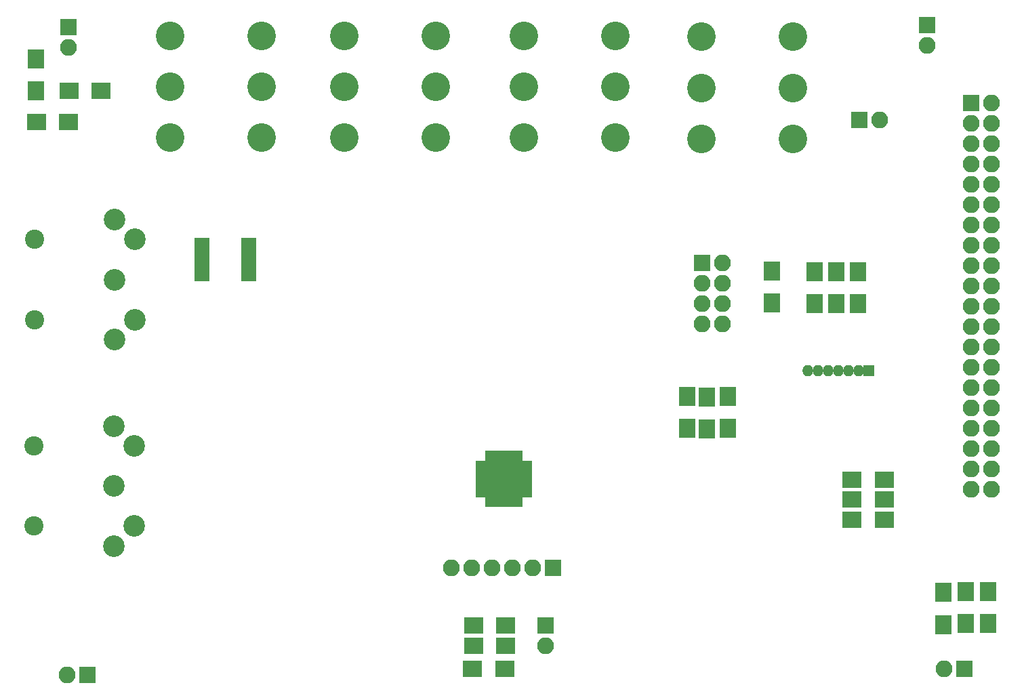
<source format=gts>
G04 #@! TF.GenerationSoftware,KiCad,Pcbnew,(5.1.2)-2*
G04 #@! TF.CreationDate,2020-05-21T23:00:36-04:00*
G04 #@! TF.ProjectId,MidiControllerPCB,4d696469-436f-46e7-9472-6f6c6c657250,rev?*
G04 #@! TF.SameCoordinates,Original*
G04 #@! TF.FileFunction,Soldermask,Top*
G04 #@! TF.FilePolarity,Negative*
%FSLAX46Y46*%
G04 Gerber Fmt 4.6, Leading zero omitted, Abs format (unit mm)*
G04 Created by KiCad (PCBNEW (5.1.2)-2) date 2020-05-21 23:00:36*
%MOMM*%
%LPD*%
G04 APERTURE LIST*
%ADD10C,2.400000*%
%ADD11C,2.700000*%
%ADD12R,1.400000X0.770000*%
%ADD13R,0.770000X1.400000*%
%ADD14R,1.462500X1.462500*%
%ADD15R,1.900000X0.850000*%
%ADD16R,2.100000X2.100000*%
%ADD17O,2.100000X2.100000*%
%ADD18R,2.100000X2.400000*%
%ADD19R,2.400000X2.100000*%
%ADD20C,3.575000*%
%ADD21R,2.000000X2.400000*%
%ADD22R,2.400000X2.000000*%
%ADD23O,1.400000X1.400000*%
%ADD24R,1.400000X1.400000*%
G04 APERTURE END LIST*
D10*
X99700000Y-111400000D03*
D11*
X112200000Y-121400000D03*
X109700000Y-123900000D03*
X109700000Y-116400000D03*
X109700000Y-108900000D03*
D10*
X99700000Y-121400000D03*
D11*
X112200000Y-111400000D03*
D12*
X161250000Y-117450000D03*
X161250000Y-116800000D03*
X161250000Y-116150000D03*
X161250000Y-115500000D03*
X161250000Y-114850000D03*
X161250000Y-114200000D03*
X161250000Y-113550000D03*
D13*
X160350000Y-112650000D03*
X159700000Y-112650000D03*
X159050000Y-112650000D03*
X158400000Y-112650000D03*
X157750000Y-112650000D03*
X157100000Y-112650000D03*
X156450000Y-112650000D03*
D12*
X155550000Y-113550000D03*
X155550000Y-114200000D03*
X155550000Y-114850000D03*
X155550000Y-115500000D03*
X155550000Y-116150000D03*
X155550000Y-116800000D03*
X155550000Y-117450000D03*
D13*
X156450000Y-118350000D03*
X157100000Y-118350000D03*
X157750000Y-118350000D03*
X158400000Y-118350000D03*
X159050000Y-118350000D03*
X159700000Y-118350000D03*
X160350000Y-118350000D03*
D14*
X156806250Y-113906250D03*
X156806250Y-114968750D03*
X156806250Y-116031250D03*
X156806250Y-117093750D03*
X157868750Y-113906250D03*
X157868750Y-114968750D03*
X157868750Y-116031250D03*
X157868750Y-117093750D03*
X158931250Y-113906250D03*
X158931250Y-114968750D03*
X158931250Y-116031250D03*
X158931250Y-117093750D03*
X159993750Y-113906250D03*
X159993750Y-114968750D03*
X159993750Y-116031250D03*
X159993750Y-117093750D03*
D15*
X120650000Y-85825000D03*
X120650000Y-86475000D03*
X120650000Y-87125000D03*
X120650000Y-87775000D03*
X120650000Y-88425000D03*
X120650000Y-89075000D03*
X120650000Y-89725000D03*
X120650000Y-90375000D03*
X126550000Y-90375000D03*
X126550000Y-89725000D03*
X126550000Y-89075000D03*
X126550000Y-88425000D03*
X126550000Y-87775000D03*
X126550000Y-87125000D03*
X126550000Y-86475000D03*
X126550000Y-85825000D03*
D16*
X183160000Y-88520000D03*
D17*
X185700000Y-88520000D03*
X183160000Y-91060000D03*
X185700000Y-91060000D03*
X183160000Y-93600000D03*
X185700000Y-93600000D03*
X183160000Y-96140000D03*
X185700000Y-96140000D03*
D16*
X211300000Y-58800000D03*
D17*
X211300000Y-61340000D03*
D16*
X104000000Y-59100000D03*
D17*
X104000000Y-61640000D03*
D16*
X215900000Y-139200000D03*
D17*
X213360000Y-139200000D03*
D16*
X163600000Y-133800000D03*
D17*
X163600000Y-136340000D03*
D16*
X106400000Y-140000000D03*
D17*
X103860000Y-140000000D03*
D18*
X202600000Y-89600000D03*
X202600000Y-93600000D03*
X186400000Y-109200000D03*
X186400000Y-105200000D03*
X199900000Y-89600000D03*
X199900000Y-93600000D03*
X183800000Y-105300000D03*
X183800000Y-109300000D03*
D19*
X201900000Y-115600000D03*
X205900000Y-115600000D03*
D18*
X191900000Y-93500000D03*
X191900000Y-89500000D03*
D19*
X201900000Y-118100000D03*
X205900000Y-118100000D03*
X201900000Y-120600000D03*
X205900000Y-120600000D03*
X104100000Y-67000000D03*
X108100000Y-67000000D03*
X100000000Y-70900000D03*
X104000000Y-70900000D03*
D18*
X213300000Y-133700000D03*
X213300000Y-129700000D03*
X216100000Y-129600000D03*
X216100000Y-133600000D03*
D19*
X158500000Y-139200000D03*
X154500000Y-139200000D03*
X154600000Y-136400000D03*
X158600000Y-136400000D03*
D16*
X164500000Y-126600000D03*
D17*
X161960000Y-126600000D03*
X159420000Y-126600000D03*
X156880000Y-126600000D03*
X154340000Y-126600000D03*
X151800000Y-126600000D03*
D16*
X216800000Y-68500000D03*
D17*
X219340000Y-68500000D03*
X216800000Y-71040000D03*
X219340000Y-71040000D03*
X216800000Y-73580000D03*
X219340000Y-73580000D03*
X216800000Y-76120000D03*
X219340000Y-76120000D03*
X216800000Y-78660000D03*
X219340000Y-78660000D03*
X216800000Y-81200000D03*
X219340000Y-81200000D03*
X216800000Y-83740000D03*
X219340000Y-83740000D03*
X216800000Y-86280000D03*
X219340000Y-86280000D03*
X216800000Y-88820000D03*
X219340000Y-88820000D03*
X216800000Y-91360000D03*
X219340000Y-91360000D03*
X216800000Y-93900000D03*
X219340000Y-93900000D03*
X216800000Y-96440000D03*
X219340000Y-96440000D03*
X216800000Y-98980000D03*
X219340000Y-98980000D03*
X216800000Y-101520000D03*
X219340000Y-101520000D03*
X216800000Y-104060000D03*
X219340000Y-104060000D03*
X216800000Y-106600000D03*
X219340000Y-106600000D03*
X216800000Y-109140000D03*
X219340000Y-109140000D03*
X216800000Y-111680000D03*
X219340000Y-111680000D03*
X216800000Y-114220000D03*
X219340000Y-114220000D03*
X216800000Y-116760000D03*
X219340000Y-116760000D03*
D20*
X149930000Y-66544900D03*
X138500000Y-66545000D03*
X149930000Y-72894900D03*
X149930000Y-60186100D03*
X138500000Y-60186200D03*
X138500000Y-72895000D03*
X172330000Y-66544900D03*
X160900000Y-66545000D03*
X172330000Y-72894900D03*
X172330000Y-60186100D03*
X160900000Y-60186200D03*
X160900000Y-72895000D03*
D10*
X99800000Y-85600000D03*
D11*
X112300000Y-95600000D03*
X109800000Y-98100000D03*
X109800000Y-90600000D03*
X109800000Y-83100000D03*
D10*
X99800000Y-95600000D03*
D11*
X112300000Y-85600000D03*
D20*
X128130000Y-66544900D03*
X116700000Y-66545000D03*
X128130000Y-72894900D03*
X128130000Y-60186100D03*
X116700000Y-60186200D03*
X116700000Y-72895000D03*
X194530000Y-66644900D03*
X183100000Y-66645000D03*
X194530000Y-72994900D03*
X194530000Y-60286100D03*
X183100000Y-60286200D03*
X183100000Y-72995000D03*
D16*
X202800000Y-70700000D03*
D17*
X205340000Y-70700000D03*
D21*
X197200000Y-89600000D03*
X197200000Y-93600000D03*
X181300000Y-109200000D03*
X181300000Y-105200000D03*
X99900000Y-67000000D03*
X99900000Y-63000000D03*
X218900000Y-129600000D03*
X218900000Y-133600000D03*
D22*
X154600000Y-133800000D03*
X158600000Y-133800000D03*
D23*
X196380000Y-102000000D03*
X197650000Y-102000000D03*
X198920000Y-102000000D03*
X200190000Y-102000000D03*
X201460000Y-102000000D03*
X202730000Y-102000000D03*
D24*
X204000000Y-102000000D03*
M02*

</source>
